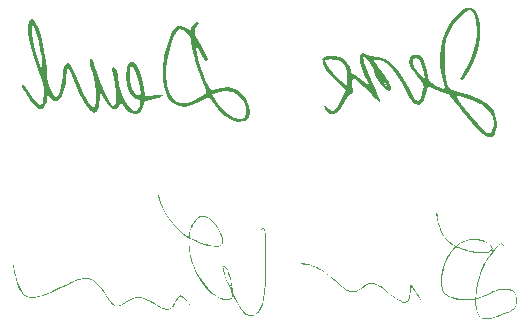
<source format=gbo>
%TF.GenerationSoftware,KiCad,Pcbnew,(6.0.7)*%
%TF.CreationDate,2023-04-22T03:46:43-05:00*%
%TF.ProjectId,Flouro_Breakout,466c6f75-726f-45f4-9272-65616b6f7574,rev?*%
%TF.SameCoordinates,Original*%
%TF.FileFunction,Legend,Bot*%
%TF.FilePolarity,Positive*%
%FSLAX46Y46*%
G04 Gerber Fmt 4.6, Leading zero omitted, Abs format (unit mm)*
G04 Created by KiCad (PCBNEW (6.0.7)) date 2023-04-22 03:46:43*
%MOMM*%
%LPD*%
G01*
G04 APERTURE LIST*
G04 Aperture macros list*
%AMRoundRect*
0 Rectangle with rounded corners*
0 $1 Rounding radius*
0 $2 $3 $4 $5 $6 $7 $8 $9 X,Y pos of 4 corners*
0 Add a 4 corners polygon primitive as box body*
4,1,4,$2,$3,$4,$5,$6,$7,$8,$9,$2,$3,0*
0 Add four circle primitives for the rounded corners*
1,1,$1+$1,$2,$3*
1,1,$1+$1,$4,$5*
1,1,$1+$1,$6,$7*
1,1,$1+$1,$8,$9*
0 Add four rect primitives between the rounded corners*
20,1,$1+$1,$2,$3,$4,$5,0*
20,1,$1+$1,$4,$5,$6,$7,0*
20,1,$1+$1,$6,$7,$8,$9,0*
20,1,$1+$1,$8,$9,$2,$3,0*%
G04 Aperture macros list end*
%ADD10RoundRect,0.250000X-0.620000X-0.620000X0.620000X-0.620000X0.620000X0.620000X-0.620000X0.620000X0*%
%ADD11C,1.740000*%
%ADD12C,2.946400*%
%ADD13C,1.524000*%
%ADD14O,5.100000X3.000000*%
%ADD15C,1.308000*%
%ADD16C,1.258000*%
%ADD17C,1.208000*%
%ADD18C,1.100000*%
%ADD19C,1.400000*%
%ADD20C,4.000000*%
%ADD21C,2.000000*%
G04 APERTURE END LIST*
%TO.C,G\u002A\u002A\u002A*%
G36*
X188852898Y-67535808D02*
G01*
X188657121Y-67624158D01*
X188525527Y-67591755D01*
X188227788Y-67365253D01*
X187909080Y-66969756D01*
X187762154Y-66719159D01*
X188125523Y-66719159D01*
X188223554Y-66922316D01*
X188331866Y-67102413D01*
X188460032Y-67219457D01*
X188508105Y-67105790D01*
X188465622Y-67001992D01*
X188285692Y-66805001D01*
X188176356Y-66718865D01*
X188125523Y-66719159D01*
X187762154Y-66719159D01*
X187610955Y-66461273D01*
X187541987Y-66296020D01*
X187872461Y-66296020D01*
X187906526Y-66421000D01*
X187933992Y-66460573D01*
X188055990Y-66554684D01*
X188074276Y-66545980D01*
X188040211Y-66421000D01*
X188012745Y-66381427D01*
X187890747Y-66287316D01*
X187872461Y-66296020D01*
X187541987Y-66296020D01*
X187374961Y-65895813D01*
X187301466Y-65703747D01*
X187068295Y-65260236D01*
X186814930Y-64936254D01*
X186467328Y-64616263D01*
X186560806Y-65151000D01*
X186628348Y-65402978D01*
X186799923Y-65878314D01*
X187040383Y-66459260D01*
X187320414Y-67071694D01*
X187561587Y-67588682D01*
X187764798Y-68057043D01*
X187890204Y-68386582D01*
X187917182Y-68527011D01*
X187842310Y-68494386D01*
X187615374Y-68306036D01*
X187279221Y-67987265D01*
X186874543Y-67575221D01*
X186562583Y-67257327D01*
X186179214Y-66894076D01*
X185883526Y-66646076D01*
X185721869Y-66554377D01*
X185632044Y-66601445D01*
X185588989Y-66780450D01*
X185579509Y-66819862D01*
X185588185Y-67256527D01*
X185597238Y-67411121D01*
X185597185Y-67751799D01*
X185541439Y-67903096D01*
X185415041Y-67922553D01*
X185261575Y-67958171D01*
X185118057Y-68198031D01*
X185071223Y-68328163D01*
X184887265Y-68681099D01*
X184634231Y-69069373D01*
X184357780Y-69389819D01*
X183988222Y-69616380D01*
X183647444Y-69584072D01*
X183346236Y-69291039D01*
X183229887Y-69069066D01*
X183213757Y-68879486D01*
X183335090Y-68871198D01*
X183553827Y-69084128D01*
X183639632Y-69186705D01*
X183860257Y-69324229D01*
X184085338Y-69249270D01*
X184338404Y-68947114D01*
X184642982Y-68403049D01*
X185065780Y-67565490D01*
X184322998Y-66892982D01*
X183823097Y-66402038D01*
X183374328Y-65851213D01*
X183115655Y-65380673D01*
X183056937Y-65050737D01*
X183294921Y-65050737D01*
X183294948Y-65052917D01*
X183387750Y-65301170D01*
X183629062Y-65669959D01*
X183973363Y-66097313D01*
X184375132Y-66521263D01*
X184653233Y-66779371D01*
X184921622Y-67003269D01*
X185064362Y-67089421D01*
X185119442Y-67030583D01*
X185159634Y-66780450D01*
X185155869Y-66411479D01*
X185110445Y-66008732D01*
X185025662Y-65657270D01*
X184835724Y-65336821D01*
X184551477Y-65102585D01*
X184408235Y-65050353D01*
X184057910Y-64978827D01*
X183694634Y-64952534D01*
X183409829Y-64975246D01*
X183294921Y-65050737D01*
X183056937Y-65050737D01*
X183049559Y-65009277D01*
X183178522Y-64755884D01*
X183505028Y-64639351D01*
X184031556Y-64678538D01*
X184119016Y-64696399D01*
X184518572Y-64792715D01*
X184803313Y-64883084D01*
X184907954Y-64948993D01*
X185152117Y-65230770D01*
X185351122Y-65600199D01*
X185433369Y-65937458D01*
X185490950Y-66075345D01*
X185715515Y-66225164D01*
X185840490Y-66282575D01*
X186162467Y-66494585D01*
X186517153Y-66784043D01*
X187036644Y-67253372D01*
X186702836Y-66524239D01*
X186663106Y-66436197D01*
X186397836Y-65754995D01*
X186247209Y-65181856D01*
X186210288Y-64743907D01*
X186286136Y-64468281D01*
X186473813Y-64382107D01*
X186772383Y-64512515D01*
X186829895Y-64548000D01*
X187207500Y-64684985D01*
X187646626Y-64745816D01*
X187763271Y-64751756D01*
X188307326Y-64890452D01*
X188828372Y-65224009D01*
X189343332Y-65769613D01*
X189869125Y-66544452D01*
X190422670Y-67565713D01*
X190509845Y-67737182D01*
X190781702Y-68203560D01*
X190999774Y-68436500D01*
X191186165Y-68452511D01*
X191362978Y-68268104D01*
X191372291Y-68253154D01*
X191518786Y-67893551D01*
X191601402Y-67469993D01*
X191608040Y-67336404D01*
X191567164Y-67045884D01*
X191409306Y-66759215D01*
X191092245Y-66386560D01*
X190859208Y-66121505D01*
X190539737Y-65663248D01*
X190407226Y-65266392D01*
X190412886Y-65191807D01*
X190698257Y-65191807D01*
X190825205Y-65573408D01*
X190827596Y-65577980D01*
X191072265Y-65942565D01*
X191381433Y-66287316D01*
X191740164Y-66621527D01*
X191643636Y-66086790D01*
X191573815Y-65772244D01*
X191399201Y-65277520D01*
X191189623Y-64940993D01*
X190973635Y-64816790D01*
X190964714Y-64816886D01*
X190748133Y-64922439D01*
X190698257Y-65191807D01*
X190412886Y-65191807D01*
X190437003Y-64873984D01*
X190445774Y-64841276D01*
X190591614Y-64612120D01*
X190896249Y-64549421D01*
X191196409Y-64607519D01*
X191482094Y-64783369D01*
X191585884Y-64934652D01*
X191773441Y-65369486D01*
X191927233Y-65920040D01*
X192016392Y-66487842D01*
X192017654Y-66501782D01*
X192050063Y-66621527D01*
X192090191Y-66769789D01*
X192289181Y-66985934D01*
X192677675Y-67220027D01*
X193103594Y-67421220D01*
X193340594Y-67461783D01*
X193405801Y-67332052D01*
X193321739Y-67025214D01*
X193149459Y-66394210D01*
X193037523Y-65592885D01*
X193005103Y-64762869D01*
X193062432Y-64022657D01*
X193074392Y-63952068D01*
X193286464Y-63147053D01*
X193616999Y-62359122D01*
X194030180Y-61650557D01*
X194490194Y-61083643D01*
X194961223Y-60720662D01*
X195231269Y-60607818D01*
X195669587Y-60579651D01*
X196004751Y-60794774D01*
X196234770Y-61250152D01*
X196357652Y-61942750D01*
X196371405Y-62869533D01*
X196359055Y-63139314D01*
X196311023Y-63699143D01*
X196217950Y-64168269D01*
X196053461Y-64655856D01*
X195791180Y-65271067D01*
X195452332Y-65968249D01*
X195147704Y-66454462D01*
X194899044Y-66681673D01*
X194707171Y-66648838D01*
X194692227Y-66558653D01*
X194826795Y-66386198D01*
X194884956Y-66324044D01*
X195067520Y-66039922D01*
X195298554Y-65604698D01*
X195541925Y-65084158D01*
X195713328Y-64677915D01*
X195921667Y-64079652D01*
X196040148Y-63519704D01*
X196099404Y-62876778D01*
X196107292Y-62405021D01*
X196058114Y-61780269D01*
X195947987Y-61272356D01*
X195789077Y-60931087D01*
X195593551Y-60806263D01*
X195483244Y-60815410D01*
X195043403Y-61008270D01*
X194583670Y-61432839D01*
X194126665Y-62064434D01*
X193695002Y-62878369D01*
X193634134Y-63016269D01*
X193509327Y-63371494D01*
X193434376Y-63760447D01*
X193397763Y-64260862D01*
X193387968Y-64950474D01*
X193389088Y-65179450D01*
X193418692Y-65939838D01*
X193493913Y-66513122D01*
X193621974Y-66961378D01*
X193707998Y-67177508D01*
X193835726Y-67411951D01*
X194015260Y-67560020D01*
X194316195Y-67670446D01*
X194808125Y-67791962D01*
X195296366Y-67919504D01*
X196290185Y-68290001D01*
X197035068Y-68753174D01*
X197533048Y-69311013D01*
X197786161Y-69965512D01*
X197791449Y-70353035D01*
X197796439Y-70718662D01*
X197767742Y-70887447D01*
X197647405Y-71278870D01*
X197493842Y-71487487D01*
X197386152Y-71533473D01*
X197031183Y-71512104D01*
X196608484Y-71246733D01*
X196425115Y-71067299D01*
X196122045Y-70739793D01*
X195740522Y-70311008D01*
X195317183Y-69823914D01*
X194888662Y-69321481D01*
X194491595Y-68846677D01*
X194162618Y-68442473D01*
X193938366Y-68151838D01*
X193914088Y-68112563D01*
X194420843Y-68112563D01*
X194534240Y-68340529D01*
X194779203Y-68701633D01*
X195127037Y-69158619D01*
X195549046Y-69674232D01*
X196016536Y-70211216D01*
X196500812Y-70732316D01*
X196646173Y-70877106D01*
X197009754Y-71161990D01*
X197259336Y-71213169D01*
X197402301Y-71033105D01*
X197432739Y-70935944D01*
X197533087Y-70617737D01*
X197564376Y-70353035D01*
X197457793Y-69872386D01*
X197197198Y-69385066D01*
X196821624Y-68980878D01*
X196650225Y-68860932D01*
X196211368Y-68619314D01*
X195692267Y-68387114D01*
X195171203Y-68194816D01*
X194726454Y-68072909D01*
X194436298Y-68051878D01*
X194420843Y-68112563D01*
X193914088Y-68112563D01*
X193855474Y-68017741D01*
X193853947Y-68008605D01*
X193715481Y-67910515D01*
X193421000Y-67818992D01*
X193363642Y-67805509D01*
X192929195Y-67664188D01*
X192488073Y-67472903D01*
X191989620Y-67220592D01*
X191909049Y-67589480D01*
X191744924Y-68180369D01*
X191526499Y-68596134D01*
X191252976Y-68782368D01*
X190907818Y-68758378D01*
X190857629Y-68728909D01*
X190659589Y-68507975D01*
X190404473Y-68128911D01*
X190134738Y-67652452D01*
X189769844Y-66984599D01*
X189286541Y-66208659D01*
X188849958Y-65638483D01*
X188477338Y-65298558D01*
X188463787Y-65289898D01*
X188141094Y-65126597D01*
X187806799Y-65015707D01*
X187545030Y-64978499D01*
X187439917Y-65036245D01*
X187447050Y-65062131D01*
X187563862Y-65266907D01*
X187794127Y-65607874D01*
X188099140Y-66026870D01*
X188251836Y-66234175D01*
X188457087Y-66545980D01*
X188649224Y-66837864D01*
X188772878Y-67105790D01*
X188849922Y-67272725D01*
X188852898Y-67535808D01*
G37*
G36*
X176517359Y-70149303D02*
G01*
X176386957Y-70210965D01*
X175903359Y-70258872D01*
X175356710Y-70086595D01*
X174779591Y-69713615D01*
X174204586Y-69159414D01*
X173664279Y-68443473D01*
X173458874Y-68126473D01*
X172765229Y-68489170D01*
X172209685Y-68746908D01*
X171474432Y-68952162D01*
X170863618Y-68929829D01*
X170365737Y-68678707D01*
X169969284Y-68197598D01*
X169709749Y-67582967D01*
X169548621Y-66713268D01*
X169541764Y-66225561D01*
X169814581Y-66225561D01*
X169897190Y-67109762D01*
X170119604Y-67852936D01*
X170469629Y-68405011D01*
X170702284Y-68580003D01*
X171167787Y-68693526D01*
X171250181Y-68689020D01*
X171617850Y-68610552D01*
X172057586Y-68458030D01*
X172503949Y-68262259D01*
X172891501Y-68054044D01*
X173082623Y-67916234D01*
X173673312Y-67916234D01*
X174058939Y-68472038D01*
X174496944Y-69036401D01*
X175054191Y-69574737D01*
X175582861Y-69888285D01*
X175650131Y-69913538D01*
X175949584Y-70007719D01*
X176149460Y-69998684D01*
X176376263Y-69886082D01*
X176478142Y-69794532D01*
X176596174Y-69467841D01*
X176574990Y-69030777D01*
X176412355Y-68565113D01*
X176020519Y-68043555D01*
X175479623Y-67718642D01*
X174828296Y-67624588D01*
X174328284Y-67723501D01*
X174092237Y-67770196D01*
X173673312Y-67916234D01*
X173082623Y-67916234D01*
X173154802Y-67864189D01*
X173228414Y-67723501D01*
X173154358Y-67541002D01*
X172820016Y-66700477D01*
X172571180Y-66035838D01*
X172388329Y-65489524D01*
X172251941Y-65003977D01*
X172142495Y-64521636D01*
X172124100Y-64430904D01*
X172026261Y-63910787D01*
X171957336Y-63481123D01*
X171931263Y-63227318D01*
X171834904Y-62995046D01*
X171579391Y-62722766D01*
X171257604Y-62501668D01*
X170962874Y-62410474D01*
X170846395Y-62461104D01*
X170642226Y-62726112D01*
X170428996Y-63173249D01*
X170223826Y-63751835D01*
X170043840Y-64411193D01*
X169906162Y-65100643D01*
X169827915Y-65769508D01*
X169814581Y-66225561D01*
X169541764Y-66225561D01*
X169534796Y-65729937D01*
X169664511Y-64689250D01*
X169934003Y-63647482D01*
X170339509Y-62660909D01*
X170473699Y-62422612D01*
X170746036Y-62139868D01*
X171064986Y-62099619D01*
X171478441Y-62286105D01*
X171696748Y-62412019D01*
X171880338Y-62469042D01*
X171931263Y-62375254D01*
X172010145Y-62169888D01*
X172196379Y-61949215D01*
X172406025Y-61795050D01*
X172555123Y-61786614D01*
X172558041Y-61903642D01*
X172420619Y-62119391D01*
X172412608Y-62128301D01*
X172266017Y-62338968D01*
X172222166Y-62569914D01*
X172292496Y-62871652D01*
X172488444Y-63294699D01*
X172821449Y-63889570D01*
X172911593Y-64046590D01*
X173194316Y-64583882D01*
X173323220Y-64929587D01*
X173305075Y-65100662D01*
X173204710Y-65111420D01*
X173028022Y-64917035D01*
X172782521Y-64480787D01*
X172584846Y-64127375D01*
X172431864Y-63925165D01*
X172358553Y-63921447D01*
X172350142Y-64051128D01*
X172401252Y-64434900D01*
X172525509Y-64942516D01*
X172702840Y-65519322D01*
X172913174Y-66110660D01*
X173136440Y-66661876D01*
X173352565Y-67118314D01*
X173541477Y-67425317D01*
X173683106Y-67528232D01*
X173747388Y-67517218D01*
X174053118Y-67458332D01*
X174453474Y-67376218D01*
X175177615Y-67328007D01*
X175793892Y-67519477D01*
X176324552Y-67957962D01*
X176590886Y-68315271D01*
X176845714Y-68868071D01*
X176921476Y-69392946D01*
X176903295Y-69467841D01*
X176813561Y-69837491D01*
X176517359Y-70149303D01*
G37*
G36*
X168125740Y-68074485D02*
G01*
X168196865Y-68064591D01*
X168488645Y-68023288D01*
X168889947Y-67966031D01*
X168931990Y-67960195D01*
X169343004Y-67932252D01*
X169516624Y-67976522D01*
X169463823Y-68070154D01*
X169195571Y-68190292D01*
X168722842Y-68314085D01*
X168473108Y-68368714D01*
X168127968Y-68472783D01*
X167962978Y-68591793D01*
X167920737Y-68757475D01*
X167872837Y-69002616D01*
X167712630Y-69332307D01*
X167594575Y-69467123D01*
X167249825Y-69620708D01*
X166851033Y-69535214D01*
X166437004Y-69214231D01*
X166346395Y-69113163D01*
X166132057Y-68832227D01*
X166043806Y-68646073D01*
X166041912Y-68631242D01*
X165972128Y-68657328D01*
X165834725Y-68868914D01*
X165812439Y-68908577D01*
X165569521Y-69173743D01*
X165293964Y-69183248D01*
X164979583Y-68934840D01*
X164620195Y-68426263D01*
X164178685Y-67691000D01*
X164178132Y-68367291D01*
X164168360Y-68595319D01*
X164101843Y-69016905D01*
X163993260Y-69295654D01*
X163868539Y-69442673D01*
X163721345Y-69468058D01*
X163473645Y-69328032D01*
X163264112Y-69161864D01*
X163002722Y-68852680D01*
X162735584Y-68403759D01*
X162440186Y-67775970D01*
X162094014Y-66930182D01*
X161927566Y-66522978D01*
X161725988Y-66079486D01*
X161568131Y-65789421D01*
X161478401Y-65701493D01*
X161444455Y-65752942D01*
X161386979Y-66010999D01*
X161359452Y-66395469D01*
X161320135Y-66946622D01*
X161190889Y-67589160D01*
X160991235Y-68091567D01*
X160740614Y-68391158D01*
X160725739Y-68400888D01*
X160518051Y-68502124D01*
X160345190Y-68450652D01*
X160105614Y-68218934D01*
X159766000Y-67852485D01*
X159766000Y-68258248D01*
X159702655Y-68605640D01*
X159515896Y-68972877D01*
X159512953Y-68976511D01*
X159326234Y-69177453D01*
X159165583Y-69196045D01*
X158908064Y-69047351D01*
X158776590Y-68938288D01*
X158499488Y-68633064D01*
X158194709Y-68236814D01*
X157913528Y-67822301D01*
X157707217Y-67462285D01*
X157627053Y-67229527D01*
X157649607Y-67111831D01*
X157769006Y-67133111D01*
X157993242Y-67393595D01*
X158324738Y-67895599D01*
X158484296Y-68143124D01*
X158839897Y-68601101D01*
X159122234Y-68813805D01*
X159326306Y-68776834D01*
X159363457Y-68687460D01*
X159421949Y-68388767D01*
X159469656Y-67971754D01*
X159483117Y-67712852D01*
X159462421Y-67363776D01*
X159380394Y-66976973D01*
X159221053Y-66483680D01*
X158968417Y-65815134D01*
X158867732Y-65552637D01*
X158511817Y-64518571D01*
X158260839Y-63598644D01*
X158118242Y-62817594D01*
X158097953Y-62410479D01*
X158426705Y-62410479D01*
X158452563Y-62825091D01*
X158508805Y-63295300D01*
X158592047Y-63768337D01*
X158698903Y-64191434D01*
X158845094Y-64640398D01*
X159024945Y-65143553D01*
X159173310Y-65508936D01*
X159224681Y-65619701D01*
X159310128Y-65781216D01*
X159345862Y-65764356D01*
X159340761Y-65539789D01*
X159303707Y-65078183D01*
X159267278Y-64763331D01*
X159163783Y-64155768D01*
X159022173Y-63498952D01*
X158861528Y-62871350D01*
X158700930Y-62351432D01*
X158559463Y-62017669D01*
X158479684Y-61959122D01*
X158434617Y-62104233D01*
X158426705Y-62410479D01*
X158097953Y-62410479D01*
X158087472Y-62200159D01*
X158171973Y-61771076D01*
X158375191Y-61555084D01*
X158525711Y-61563077D01*
X158747450Y-61786493D01*
X158970362Y-62239077D01*
X159186195Y-62898641D01*
X159386693Y-63742994D01*
X159563604Y-64749948D01*
X159614101Y-65099960D01*
X159691560Y-65700806D01*
X159698336Y-65764356D01*
X159745055Y-66202528D01*
X159765212Y-66522720D01*
X159765371Y-66537865D01*
X159823299Y-66912492D01*
X159961344Y-67340263D01*
X160144179Y-67742823D01*
X160336476Y-68041818D01*
X160502908Y-68158895D01*
X160646939Y-68074196D01*
X160810145Y-67749479D01*
X160948172Y-67207266D01*
X161052047Y-66475069D01*
X161111356Y-66058572D01*
X161208774Y-65637879D01*
X161313623Y-65385301D01*
X161367223Y-65316207D01*
X161510931Y-65224128D01*
X161683717Y-65351527D01*
X161782538Y-65502699D01*
X161964454Y-65866191D01*
X162188277Y-66370597D01*
X162426156Y-66955737D01*
X162772618Y-67785528D01*
X163096482Y-68432180D01*
X163377240Y-68850599D01*
X163607843Y-69030349D01*
X163781240Y-68961000D01*
X163800611Y-68925938D01*
X163857697Y-68631535D01*
X163871009Y-68167629D01*
X163845706Y-67610267D01*
X163786948Y-67035499D01*
X163699894Y-66519370D01*
X163589704Y-66137930D01*
X163469609Y-65804411D01*
X163368055Y-65356144D01*
X163361944Y-65017861D01*
X163458158Y-64856594D01*
X163561500Y-64941693D01*
X163694749Y-65242878D01*
X163833289Y-65713877D01*
X163929603Y-66053623D01*
X164133564Y-66638797D01*
X164382706Y-67253051D01*
X164650733Y-67839957D01*
X164911350Y-68343087D01*
X165138261Y-68706014D01*
X165305168Y-68872311D01*
X165422167Y-68873433D01*
X165548262Y-68683607D01*
X165597738Y-68283358D01*
X165568292Y-67701477D01*
X165457620Y-66966750D01*
X165389145Y-66604606D01*
X165302664Y-66123502D01*
X165264620Y-65831722D01*
X165274120Y-65681922D01*
X165330270Y-65626761D01*
X165432176Y-65618895D01*
X165502884Y-65648364D01*
X165620004Y-65890775D01*
X165706919Y-66387579D01*
X165847022Y-67218573D01*
X166151473Y-68144077D01*
X166594678Y-68864973D01*
X166820164Y-69114073D01*
X167121569Y-69325750D01*
X167350448Y-69293209D01*
X167522993Y-69019139D01*
X167561374Y-68915471D01*
X167639918Y-68600910D01*
X167566976Y-68421010D01*
X167319219Y-68292602D01*
X167116705Y-68189832D01*
X166748214Y-67790921D01*
X166525628Y-67172021D01*
X166450710Y-66337106D01*
X166454289Y-66255937D01*
X166718080Y-66255937D01*
X166756637Y-66714235D01*
X166835667Y-67150320D01*
X166951734Y-67490081D01*
X166993302Y-67567039D01*
X167218303Y-67861593D01*
X167439665Y-68005098D01*
X167534632Y-68016163D01*
X167630346Y-67964037D01*
X167650975Y-67769057D01*
X167613084Y-67370623D01*
X167609326Y-67340260D01*
X167513817Y-66853853D01*
X167363791Y-66357116D01*
X167186466Y-65918077D01*
X167009056Y-65604766D01*
X166858780Y-65485211D01*
X166776133Y-65569146D01*
X166723434Y-65849537D01*
X166718080Y-66255937D01*
X166454289Y-66255937D01*
X166475448Y-65776060D01*
X166572888Y-65342193D01*
X166750782Y-65140255D01*
X167016050Y-65155784D01*
X167112123Y-65211905D01*
X167359905Y-65518993D01*
X167590067Y-66015910D01*
X167780086Y-66647046D01*
X167907441Y-67356790D01*
X167956222Y-67660755D01*
X167986377Y-67769057D01*
X168040681Y-67964093D01*
X168125740Y-68074485D01*
G37*
G36*
X199532930Y-85565038D02*
G01*
X199466571Y-85798727D01*
X199344846Y-86003483D01*
X199168130Y-86178560D01*
X198936797Y-86323211D01*
X198720711Y-86425998D01*
X198416573Y-86556593D01*
X198102988Y-86677406D01*
X197795696Y-86782783D01*
X197510439Y-86867066D01*
X197262957Y-86924602D01*
X197233587Y-86929939D01*
X197005202Y-86956565D01*
X196792277Y-86956370D01*
X196608860Y-86930167D01*
X196469006Y-86878767D01*
X196429179Y-86854105D01*
X196291023Y-86724169D01*
X196179206Y-86539579D01*
X196093488Y-86299701D01*
X196033625Y-86003903D01*
X195999376Y-85651551D01*
X195983360Y-85368165D01*
X196059847Y-85368165D01*
X196061310Y-85484949D01*
X196070046Y-85631089D01*
X196084830Y-85793928D01*
X196104434Y-85960807D01*
X196127635Y-86119071D01*
X196153205Y-86256061D01*
X196179920Y-86359121D01*
X196203146Y-86423260D01*
X196290356Y-86596939D01*
X196397499Y-86735926D01*
X196514592Y-86826287D01*
X196635464Y-86868031D01*
X196820607Y-86889529D01*
X197044529Y-86881873D01*
X197298494Y-86845440D01*
X197573764Y-86780606D01*
X197657360Y-86755422D01*
X197824220Y-86699069D01*
X198020860Y-86627502D01*
X198232430Y-86546569D01*
X198444079Y-86462119D01*
X198640958Y-86379998D01*
X198808215Y-86306056D01*
X198931002Y-86246139D01*
X199018766Y-86194545D01*
X199192662Y-86058440D01*
X199326904Y-85903183D01*
X199410132Y-85740758D01*
X199436069Y-85633327D01*
X199455169Y-85461847D01*
X199457643Y-85277118D01*
X199443419Y-85103640D01*
X199412423Y-84965912D01*
X199351323Y-84830092D01*
X199232130Y-84670392D01*
X199082148Y-84559756D01*
X199016699Y-84531667D01*
X198844732Y-84486043D01*
X198638242Y-84458893D01*
X198414782Y-84452040D01*
X198191900Y-84467306D01*
X198177340Y-84469128D01*
X198077711Y-84482866D01*
X197988764Y-84499076D01*
X197900863Y-84521160D01*
X197804371Y-84552522D01*
X197689653Y-84596562D01*
X197547072Y-84656684D01*
X197366993Y-84736288D01*
X197139779Y-84838779D01*
X197043033Y-84882044D01*
X196852141Y-84964632D01*
X196666141Y-85041915D01*
X196502280Y-85106798D01*
X196377805Y-85152188D01*
X196318796Y-85172500D01*
X196203412Y-85215234D01*
X196117008Y-85251359D01*
X196074899Y-85274681D01*
X196066883Y-85293393D01*
X196059847Y-85368165D01*
X195983360Y-85368165D01*
X195978147Y-85275915D01*
X195818745Y-85301648D01*
X195764974Y-85307684D01*
X195644799Y-85315055D01*
X195486375Y-85320559D01*
X195303989Y-85323739D01*
X195111929Y-85324143D01*
X195062026Y-85323815D01*
X194865364Y-85321278D01*
X194713168Y-85315943D01*
X194590572Y-85306288D01*
X194482708Y-85290794D01*
X194374709Y-85267941D01*
X194251707Y-85236210D01*
X194181363Y-85216182D01*
X194017305Y-85163452D01*
X193862176Y-85106500D01*
X193741966Y-85054585D01*
X193725717Y-85046391D01*
X193551295Y-84934035D01*
X193394493Y-84791330D01*
X193269683Y-84633393D01*
X193191237Y-84475340D01*
X193157700Y-84359422D01*
X193104161Y-84049155D01*
X193089074Y-83701461D01*
X193112528Y-83324831D01*
X193174616Y-82927759D01*
X193281662Y-82519091D01*
X193439132Y-82101445D01*
X193637937Y-81698010D01*
X193870596Y-81323927D01*
X194129630Y-80994342D01*
X194302986Y-80800058D01*
X194265933Y-80776318D01*
X194455032Y-80776318D01*
X194478581Y-80798190D01*
X194552207Y-80835914D01*
X194665621Y-80884221D01*
X194808294Y-80939217D01*
X194969697Y-80997012D01*
X195139303Y-81053711D01*
X195306583Y-81105422D01*
X195461009Y-81148254D01*
X195568369Y-81174368D01*
X195757933Y-81215362D01*
X195943613Y-81250243D01*
X196097274Y-81273473D01*
X196303056Y-81293856D01*
X196585133Y-81304545D01*
X196828876Y-81292254D01*
X197031376Y-81258500D01*
X197189723Y-81204797D01*
X197301007Y-81132662D01*
X197362317Y-81043609D01*
X197370744Y-80939155D01*
X197323379Y-80820816D01*
X197217310Y-80690106D01*
X197026431Y-80537657D01*
X196785945Y-80410296D01*
X196509663Y-80314599D01*
X196208644Y-80254382D01*
X195893948Y-80233461D01*
X195743271Y-80236845D01*
X195470090Y-80266145D01*
X195216980Y-80329837D01*
X194959510Y-80433144D01*
X194883476Y-80471038D01*
X194762891Y-80539054D01*
X194647134Y-80612176D01*
X194548825Y-80681818D01*
X194480584Y-80739393D01*
X194455032Y-80776318D01*
X194265933Y-80776318D01*
X194073473Y-80653010D01*
X194042607Y-80632957D01*
X193715059Y-80381785D01*
X193431626Y-80090386D01*
X193196816Y-79764067D01*
X193015142Y-79408134D01*
X192964175Y-79274172D01*
X192904936Y-79092447D01*
X192848014Y-78893227D01*
X192795844Y-78687509D01*
X192750862Y-78486293D01*
X192715502Y-78300575D01*
X192692200Y-78141353D01*
X192683390Y-78019626D01*
X192691507Y-77946390D01*
X192709622Y-77911838D01*
X192740633Y-77905006D01*
X192775329Y-77958203D01*
X192814811Y-78072557D01*
X192822634Y-78100632D01*
X192843257Y-78198926D01*
X192845007Y-78260394D01*
X192828786Y-78277168D01*
X192795493Y-78241376D01*
X192780643Y-78227444D01*
X192775710Y-78255841D01*
X192784745Y-78328064D01*
X192805532Y-78435031D01*
X192835859Y-78567663D01*
X192873511Y-78716879D01*
X192916274Y-78873598D01*
X192961936Y-79028742D01*
X193008281Y-79173229D01*
X193053097Y-79297979D01*
X193159230Y-79542270D01*
X193352065Y-79876078D01*
X193586742Y-80167713D01*
X193868716Y-80423587D01*
X194203439Y-80650109D01*
X194369801Y-80748199D01*
X194451518Y-80672875D01*
X194459427Y-80665635D01*
X194712301Y-80476201D01*
X195003910Y-80328085D01*
X195324200Y-80223789D01*
X195663123Y-80165812D01*
X196010626Y-80156657D01*
X196356659Y-80198823D01*
X196432103Y-80215788D01*
X196671343Y-80291275D01*
X196902581Y-80394073D01*
X197107631Y-80515264D01*
X197268307Y-80645927D01*
X197321651Y-80702707D01*
X197417828Y-80840325D01*
X197445661Y-80939155D01*
X197452972Y-80965116D01*
X197426909Y-81078479D01*
X197339468Y-81181813D01*
X197190475Y-81276518D01*
X197152023Y-81295426D01*
X197094821Y-81319244D01*
X197034072Y-81335586D01*
X196957974Y-81345800D01*
X196854724Y-81351234D01*
X196712522Y-81353236D01*
X196519564Y-81353155D01*
X196342289Y-81351477D01*
X196150001Y-81345188D01*
X195990990Y-81332988D01*
X195848623Y-81313490D01*
X195706264Y-81285306D01*
X195602173Y-81260980D01*
X195329485Y-81188381D01*
X195055232Y-81104197D01*
X194800588Y-81015184D01*
X194586726Y-80928099D01*
X194376830Y-80833663D01*
X194207093Y-81015551D01*
X194036718Y-81216754D01*
X193813196Y-81541819D01*
X193613126Y-81905180D01*
X193442908Y-82293414D01*
X193308943Y-82693097D01*
X193217631Y-83090804D01*
X193201145Y-83205530D01*
X193183028Y-83420776D01*
X193176154Y-83652968D01*
X193180110Y-83886341D01*
X193194484Y-84105127D01*
X193218863Y-84293562D01*
X193252834Y-84435878D01*
X193259295Y-84454208D01*
X193364572Y-84651108D01*
X193526670Y-84822895D01*
X193745009Y-84969248D01*
X194019009Y-85089846D01*
X194348090Y-85184371D01*
X194731674Y-85252500D01*
X194837238Y-85263193D01*
X195015443Y-85271874D01*
X195212903Y-85273463D01*
X195413289Y-85268446D01*
X195600272Y-85257310D01*
X195757525Y-85240542D01*
X195868718Y-85218628D01*
X195874436Y-85216978D01*
X195914473Y-85206170D01*
X195944201Y-85194058D01*
X195966217Y-85171961D01*
X195983123Y-85131200D01*
X195997516Y-85063095D01*
X196011996Y-84958967D01*
X196029164Y-84810136D01*
X196051618Y-84607922D01*
X196076360Y-84420113D01*
X196148311Y-84023859D01*
X196246553Y-83608218D01*
X196365480Y-83193648D01*
X196499487Y-82800605D01*
X196642970Y-82449548D01*
X196673834Y-82385204D01*
X196758595Y-82226685D01*
X196864624Y-82044208D01*
X196981226Y-81855344D01*
X197097707Y-81677664D01*
X197203375Y-81528739D01*
X197275627Y-81434804D01*
X197395415Y-81285839D01*
X197524937Y-81131023D01*
X197656094Y-80979503D01*
X197780786Y-80840426D01*
X197890917Y-80722938D01*
X197978387Y-80636187D01*
X198035097Y-80589321D01*
X198050240Y-80580273D01*
X198171532Y-80532435D01*
X198273031Y-80537489D01*
X198347717Y-80595301D01*
X198363558Y-80620734D01*
X198391371Y-80693604D01*
X198392541Y-80752070D01*
X198365131Y-80776026D01*
X198352411Y-80772369D01*
X198333850Y-80733953D01*
X198330668Y-80713044D01*
X198289403Y-80651432D01*
X198221133Y-80608019D01*
X198152313Y-80602030D01*
X198104532Y-80627831D01*
X198013608Y-80702537D01*
X197898499Y-80816034D01*
X197765445Y-80960794D01*
X197620686Y-81129294D01*
X197470461Y-81314007D01*
X197321012Y-81507408D01*
X197178577Y-81701970D01*
X197049396Y-81890168D01*
X196939711Y-82064477D01*
X196783917Y-82348073D01*
X196561646Y-82844940D01*
X196377372Y-83384640D01*
X196232881Y-83961644D01*
X196129962Y-84570423D01*
X196105697Y-84764540D01*
X196089227Y-84924314D01*
X196083257Y-85036123D01*
X196087766Y-85107124D01*
X196102732Y-85144476D01*
X196128131Y-85155336D01*
X196141059Y-85154048D01*
X196215580Y-85134406D01*
X196333704Y-85094189D01*
X196485290Y-85037388D01*
X196660193Y-84967997D01*
X196848272Y-84890009D01*
X197039383Y-84807416D01*
X197223382Y-84724210D01*
X197255109Y-84709518D01*
X197486507Y-84605277D01*
X197676734Y-84526526D01*
X197838066Y-84469322D01*
X197982776Y-84429722D01*
X198123138Y-84403785D01*
X198271428Y-84387567D01*
X198387265Y-84381691D01*
X198593176Y-84385921D01*
X198792000Y-84406372D01*
X198965494Y-84440840D01*
X199095412Y-84487120D01*
X199246019Y-84584686D01*
X199375462Y-84728251D01*
X199467304Y-84914193D01*
X199525761Y-85148996D01*
X199540543Y-85277118D01*
X199543548Y-85303163D01*
X199532930Y-85565038D01*
G37*
G36*
X175471235Y-84632286D02*
G01*
X175487406Y-84710150D01*
X175520974Y-84803119D01*
X175576724Y-84924127D01*
X175659443Y-85086106D01*
X175828682Y-85401692D01*
X176006201Y-85712357D01*
X176167580Y-85970084D01*
X176315179Y-86178166D01*
X176451354Y-86339896D01*
X176578463Y-86458565D01*
X176698864Y-86537466D01*
X176837889Y-86588506D01*
X177028357Y-86602665D01*
X177223809Y-86559138D01*
X177418044Y-86459513D01*
X177604861Y-86305379D01*
X177620774Y-86289181D01*
X177719184Y-86172499D01*
X177804813Y-86037192D01*
X177879056Y-85877771D01*
X177943309Y-85688745D01*
X177998967Y-85464627D01*
X178047425Y-85199925D01*
X178090079Y-84889152D01*
X178128324Y-84526816D01*
X178163555Y-84107430D01*
X178168866Y-84025573D01*
X178176900Y-83849475D01*
X178183911Y-83629515D01*
X178189898Y-83372343D01*
X178194858Y-83084610D01*
X178198790Y-82772968D01*
X178201691Y-82444067D01*
X178203560Y-82104559D01*
X178204393Y-81761094D01*
X178204190Y-81420323D01*
X178202947Y-81088897D01*
X178200664Y-80773467D01*
X178197337Y-80480684D01*
X178192965Y-80217199D01*
X178187546Y-79989663D01*
X178181077Y-79804727D01*
X178173556Y-79669042D01*
X178164982Y-79589258D01*
X178158793Y-79556879D01*
X178123711Y-79422070D01*
X178081150Y-79343174D01*
X178026605Y-79314633D01*
X177955572Y-79330891D01*
X177901776Y-79369210D01*
X177876214Y-79445922D01*
X177868375Y-79498004D01*
X177844934Y-79524794D01*
X177829010Y-79519757D01*
X177811359Y-79477905D01*
X177816882Y-79411501D01*
X177842011Y-79342276D01*
X177883175Y-79291962D01*
X177917418Y-79270540D01*
X178017701Y-79242008D01*
X178102893Y-79273159D01*
X178171116Y-79362780D01*
X178220491Y-79509659D01*
X178227732Y-79551181D01*
X178240579Y-79673095D01*
X178252365Y-79846354D01*
X178262957Y-80063650D01*
X178272215Y-80317673D01*
X178280004Y-80601113D01*
X178286187Y-80906661D01*
X178290628Y-81227008D01*
X178293190Y-81554844D01*
X178293735Y-81882860D01*
X178292129Y-82203746D01*
X178288233Y-82510194D01*
X178281911Y-82794893D01*
X178273846Y-83065958D01*
X178255425Y-83572736D01*
X178233721Y-84023130D01*
X178208037Y-84421252D01*
X178177676Y-84771218D01*
X178141942Y-85077141D01*
X178100136Y-85343135D01*
X178051563Y-85573315D01*
X177995525Y-85771793D01*
X177931324Y-85942685D01*
X177858264Y-86090104D01*
X177775649Y-86218165D01*
X177682780Y-86330981D01*
X177594585Y-86419256D01*
X177413088Y-86554355D01*
X177209177Y-86644826D01*
X177192261Y-86649996D01*
X177021542Y-86674118D01*
X176838539Y-86659821D01*
X176674888Y-86609212D01*
X176598590Y-86566896D01*
X176479757Y-86475820D01*
X176356326Y-86349321D01*
X176224766Y-86182791D01*
X176081544Y-85971620D01*
X175923129Y-85711199D01*
X175745989Y-85396918D01*
X175682561Y-85281485D01*
X175602604Y-85138558D01*
X175545201Y-85041397D01*
X175506180Y-84984167D01*
X175481368Y-84961035D01*
X175466595Y-84966164D01*
X175457688Y-84993721D01*
X175449406Y-85025106D01*
X175385124Y-85144581D01*
X175283629Y-85247847D01*
X175164302Y-85313761D01*
X175136862Y-85321586D01*
X174988773Y-85338365D01*
X174808125Y-85328406D01*
X174613470Y-85293653D01*
X174423358Y-85236053D01*
X174296626Y-85182652D01*
X174005165Y-85018664D01*
X173712152Y-84799073D01*
X173421776Y-84528392D01*
X173138225Y-84211134D01*
X172865690Y-83851808D01*
X172608359Y-83454928D01*
X172370422Y-83025006D01*
X172141099Y-82531729D01*
X171951546Y-82014744D01*
X171818341Y-81502924D01*
X171739715Y-80989381D01*
X171713899Y-80467221D01*
X171713899Y-80069101D01*
X171676002Y-80042741D01*
X171801225Y-80042741D01*
X172234594Y-80250572D01*
X172310388Y-80286429D01*
X172746872Y-80471903D01*
X173156923Y-80608158D01*
X173547647Y-80697616D01*
X173561958Y-80700056D01*
X173727977Y-80722646D01*
X173904712Y-80738610D01*
X174056236Y-80744628D01*
X174118321Y-80743397D01*
X174299715Y-80719791D01*
X174431818Y-80663592D01*
X174516823Y-80571430D01*
X174556924Y-80439932D01*
X174554315Y-80265727D01*
X174511191Y-80045443D01*
X174509622Y-80039398D01*
X174454412Y-79870032D01*
X174372476Y-79670123D01*
X174273031Y-79459261D01*
X174165289Y-79257033D01*
X174058467Y-79083028D01*
X173917899Y-78893182D01*
X173725985Y-78683730D01*
X173525028Y-78513114D01*
X173320950Y-78384308D01*
X173119674Y-78300286D01*
X172927122Y-78264021D01*
X172749214Y-78278485D01*
X172591874Y-78346654D01*
X172466558Y-78449796D01*
X172318052Y-78621900D01*
X172178023Y-78835144D01*
X172052399Y-79077838D01*
X171947109Y-79338297D01*
X171868083Y-79604833D01*
X171821248Y-79865757D01*
X171801225Y-80042741D01*
X171676002Y-80042741D01*
X171440192Y-79878718D01*
X171213197Y-79712433D01*
X170782956Y-79343558D01*
X170396057Y-78933565D01*
X170051076Y-78480474D01*
X169746585Y-77982307D01*
X169481160Y-77437084D01*
X169253375Y-76842825D01*
X169250685Y-76834897D01*
X169206701Y-76711733D01*
X169164101Y-76602501D01*
X169131758Y-76530017D01*
X169098641Y-76454468D01*
X169089050Y-76388982D01*
X169116790Y-76365435D01*
X169134387Y-76371849D01*
X169170104Y-76416139D01*
X169213852Y-76506676D01*
X169267830Y-76648321D01*
X169334239Y-76845932D01*
X169503099Y-77309852D01*
X169757669Y-77856086D01*
X170060082Y-78362547D01*
X170410961Y-78830258D01*
X170810934Y-79260242D01*
X170896926Y-79341161D01*
X171034604Y-79463552D01*
X171180495Y-79586554D01*
X171325488Y-79703080D01*
X171460472Y-79806046D01*
X171576335Y-79888366D01*
X171663966Y-79942955D01*
X171714253Y-79962725D01*
X171734073Y-79945375D01*
X171745180Y-79888534D01*
X171747610Y-79860382D01*
X171762649Y-79772502D01*
X171788381Y-79651371D01*
X171821263Y-79514417D01*
X171835217Y-79461834D01*
X171925983Y-79191746D01*
X172042471Y-78935286D01*
X172178422Y-78702191D01*
X172327574Y-78502198D01*
X172483666Y-78345043D01*
X172640438Y-78240464D01*
X172728600Y-78207459D01*
X172910307Y-78187425D01*
X173107572Y-78219250D01*
X173313992Y-78299457D01*
X173523160Y-78424568D01*
X173728674Y-78591106D01*
X173924128Y-78795596D01*
X174103119Y-79034559D01*
X174233335Y-79242027D01*
X174400765Y-79552766D01*
X174522878Y-79843247D01*
X174597640Y-80108348D01*
X174623013Y-80342943D01*
X174617489Y-80439932D01*
X174615917Y-80467540D01*
X174579036Y-80606792D01*
X174505715Y-80706908D01*
X174390429Y-80772159D01*
X174227650Y-80806814D01*
X174011853Y-80815144D01*
X173726418Y-80794973D01*
X173371596Y-80734490D01*
X173000011Y-80638381D01*
X172626405Y-80511141D01*
X172265521Y-80357263D01*
X171932101Y-80181241D01*
X171767588Y-80084240D01*
X171785758Y-80594357D01*
X171796665Y-80817995D01*
X171826443Y-81146777D01*
X171870462Y-81416433D01*
X171902556Y-81558330D01*
X172028487Y-82009042D01*
X172186765Y-82449540D01*
X172373826Y-82875100D01*
X172586105Y-83280996D01*
X172820040Y-83662506D01*
X173072067Y-84014902D01*
X173338622Y-84333462D01*
X173616140Y-84613460D01*
X173901059Y-84850172D01*
X174189815Y-85038874D01*
X174478843Y-85174839D01*
X174764581Y-85253344D01*
X174963514Y-85270289D01*
X175136125Y-85244492D01*
X175266380Y-85173816D01*
X175353355Y-85058776D01*
X175396126Y-84899891D01*
X175399308Y-84853214D01*
X175394748Y-84792324D01*
X175377022Y-84720329D01*
X175342454Y-84626002D01*
X175287369Y-84498115D01*
X175208093Y-84325443D01*
X175047577Y-83971225D01*
X174897954Y-83617632D01*
X174777624Y-83304803D01*
X174687207Y-83034801D01*
X174627323Y-82809689D01*
X174598591Y-82631530D01*
X174600220Y-82562369D01*
X174666727Y-82562369D01*
X174677819Y-82672606D01*
X174710441Y-82825445D01*
X174762035Y-83012506D01*
X174830043Y-83225410D01*
X174911909Y-83455778D01*
X175005076Y-83695229D01*
X175106985Y-83935385D01*
X175140014Y-84008985D01*
X175208133Y-84156437D01*
X175272318Y-84290423D01*
X175322137Y-84388957D01*
X175405492Y-84545361D01*
X175386431Y-84388957D01*
X175362678Y-84225183D01*
X175320747Y-83996995D01*
X175267984Y-83751826D01*
X175207767Y-83502813D01*
X175143477Y-83263094D01*
X175078494Y-83045806D01*
X175016195Y-82864087D01*
X174959962Y-82731075D01*
X174910842Y-82642073D01*
X174836608Y-82539892D01*
X174768190Y-82481472D01*
X174711726Y-82471452D01*
X174673356Y-82514472D01*
X174666727Y-82562369D01*
X174600220Y-82562369D01*
X174601632Y-82502387D01*
X174637064Y-82424325D01*
X174678173Y-82391792D01*
X174730464Y-82371346D01*
X174741393Y-82372429D01*
X174808586Y-82410429D01*
X174887704Y-82495578D01*
X174970868Y-82618097D01*
X175050198Y-82768206D01*
X175076165Y-82827870D01*
X175141323Y-83006136D01*
X175208355Y-83223669D01*
X175274004Y-83466435D01*
X175335016Y-83720402D01*
X175388136Y-83971537D01*
X175430109Y-84205807D01*
X175457680Y-84409181D01*
X175466201Y-84545361D01*
X175467594Y-84567624D01*
X175471235Y-84632286D01*
G37*
G36*
X156859595Y-82236047D02*
G01*
X156876354Y-82274939D01*
X156897296Y-82348979D01*
X156925362Y-82466850D01*
X156963493Y-82637233D01*
X157037097Y-82962942D01*
X157121081Y-83313281D01*
X157199353Y-83612542D01*
X157273808Y-83866694D01*
X157346342Y-84081709D01*
X157418850Y-84263555D01*
X157493229Y-84418202D01*
X157571373Y-84551622D01*
X157708993Y-84734779D01*
X157875096Y-84884824D01*
X158065865Y-84986133D01*
X158290468Y-85043443D01*
X158558077Y-85061494D01*
X158678032Y-85058892D01*
X158834427Y-85046515D01*
X158994691Y-85022095D01*
X159164475Y-84983600D01*
X159349427Y-84928998D01*
X159555198Y-84856256D01*
X159787437Y-84763343D01*
X160051795Y-84648226D01*
X160353920Y-84508874D01*
X160699462Y-84343253D01*
X161094072Y-84149333D01*
X161216921Y-84088539D01*
X161518661Y-83940726D01*
X161774255Y-83818705D01*
X161990480Y-83720064D01*
X162174113Y-83642395D01*
X162331929Y-83583287D01*
X162470704Y-83540330D01*
X162597214Y-83511114D01*
X162718236Y-83493230D01*
X162840546Y-83484266D01*
X162970919Y-83481814D01*
X163121706Y-83483161D01*
X163238518Y-83489376D01*
X163327701Y-83503363D01*
X163407256Y-83528021D01*
X163495186Y-83566249D01*
X163609879Y-83624131D01*
X163761289Y-83716541D01*
X163906499Y-83827398D01*
X164051395Y-83962857D01*
X164201861Y-84129073D01*
X164363783Y-84332201D01*
X164543047Y-84578395D01*
X164745537Y-84873809D01*
X164855092Y-85035874D01*
X164996756Y-85239844D01*
X165114680Y-85400817D01*
X165214034Y-85525140D01*
X165299990Y-85619161D01*
X165377716Y-85689228D01*
X165452384Y-85741691D01*
X165504461Y-85770133D01*
X165604337Y-85803213D01*
X165712037Y-85806895D01*
X165835533Y-85778960D01*
X165982799Y-85717186D01*
X166161805Y-85619354D01*
X166380525Y-85483245D01*
X166437044Y-85446909D01*
X166634502Y-85325119D01*
X166798743Y-85235431D01*
X166942724Y-85172866D01*
X167079402Y-85132445D01*
X167221735Y-85109188D01*
X167382681Y-85098115D01*
X167501729Y-85094598D01*
X167626213Y-85096738D01*
X167732380Y-85110077D01*
X167845525Y-85138218D01*
X167990942Y-85184765D01*
X168096204Y-85222668D01*
X168383712Y-85349170D01*
X168705457Y-85521230D01*
X169064157Y-85740257D01*
X169064568Y-85740521D01*
X169273758Y-85865404D01*
X169475215Y-85967880D01*
X169655698Y-86041831D01*
X169801964Y-86081139D01*
X169812051Y-86082698D01*
X169956380Y-86090055D01*
X170083661Y-86062477D01*
X170200516Y-85994858D01*
X170313567Y-85882093D01*
X170429437Y-85719076D01*
X170554746Y-85500700D01*
X170636641Y-85353739D01*
X170758326Y-85161665D01*
X170868649Y-85020994D01*
X170965293Y-84934534D01*
X171045946Y-84905090D01*
X171084669Y-84915685D01*
X171145407Y-84954539D01*
X171230626Y-85026452D01*
X171345862Y-85136130D01*
X171496650Y-85288280D01*
X171593091Y-85388706D01*
X171703421Y-85507558D01*
X171791167Y-85606718D01*
X171849126Y-85677990D01*
X171870095Y-85713177D01*
X171870098Y-85714501D01*
X171867456Y-85735679D01*
X171855783Y-85741090D01*
X171829413Y-85725791D01*
X171782681Y-85684840D01*
X171709921Y-85613296D01*
X171605468Y-85506217D01*
X171463656Y-85358661D01*
X171376489Y-85268495D01*
X171263080Y-85153724D01*
X171168725Y-85061212D01*
X171101379Y-84998714D01*
X171068997Y-84973981D01*
X171041594Y-84974592D01*
X170971844Y-85016921D01*
X170885807Y-85109773D01*
X170787870Y-85248010D01*
X170682425Y-85426496D01*
X170565461Y-85633317D01*
X170454464Y-85811106D01*
X170357344Y-85943033D01*
X170269309Y-86035545D01*
X170185567Y-86095090D01*
X170109258Y-86128340D01*
X170006780Y-86147411D01*
X169868333Y-86147972D01*
X169808974Y-86143550D01*
X169674508Y-86119273D01*
X169530322Y-86071743D01*
X169366795Y-85996800D01*
X169174309Y-85890286D01*
X168943245Y-85748044D01*
X168869775Y-85701987D01*
X168616960Y-85553573D01*
X168365292Y-85419972D01*
X168130654Y-85309299D01*
X167928924Y-85229670D01*
X167798306Y-85195709D01*
X167642770Y-85177224D01*
X167444072Y-85172080D01*
X167284977Y-85176791D01*
X167132730Y-85194776D01*
X166991853Y-85231207D01*
X166847320Y-85291282D01*
X166684108Y-85380198D01*
X166487194Y-85503155D01*
X166472148Y-85512883D01*
X166237417Y-85658579D01*
X166041951Y-85765362D01*
X165878170Y-85835168D01*
X165738488Y-85869927D01*
X165615324Y-85871574D01*
X165501094Y-85842040D01*
X165388214Y-85783258D01*
X165328077Y-85741179D01*
X165236308Y-85660663D01*
X165137795Y-85553197D01*
X165026778Y-85411764D01*
X164897495Y-85229347D01*
X164744187Y-84998932D01*
X164630093Y-84826439D01*
X164415355Y-84519331D01*
X164217491Y-84263202D01*
X164031863Y-84053456D01*
X163853833Y-83885497D01*
X163678764Y-83754729D01*
X163502018Y-83656554D01*
X163318958Y-83586377D01*
X163303909Y-83581834D01*
X163165809Y-83548613D01*
X163025427Y-83532357D01*
X162877023Y-83534702D01*
X162714854Y-83557281D01*
X162533180Y-83601730D01*
X162326261Y-83669682D01*
X162088356Y-83762772D01*
X161813723Y-83882635D01*
X161496622Y-84030905D01*
X161131312Y-84209216D01*
X161052998Y-84248009D01*
X160778780Y-84383653D01*
X160551700Y-84495467D01*
X160364704Y-84586707D01*
X160210741Y-84660628D01*
X160082757Y-84720488D01*
X159973701Y-84769543D01*
X159876521Y-84811047D01*
X159784163Y-84848258D01*
X159689576Y-84884432D01*
X159585707Y-84922824D01*
X159276600Y-85025117D01*
X158926752Y-85108844D01*
X158612996Y-85144286D01*
X158333115Y-85131301D01*
X158084892Y-85069747D01*
X157866111Y-84959482D01*
X157674557Y-84800365D01*
X157623305Y-84744045D01*
X157505858Y-84583243D01*
X157396321Y-84384019D01*
X157292770Y-84141551D01*
X157193280Y-83851015D01*
X157095928Y-83507587D01*
X156998788Y-83106445D01*
X156977302Y-83011660D01*
X156935499Y-82828063D01*
X156896749Y-82658860D01*
X156864617Y-82519596D01*
X156842669Y-82425817D01*
X156826363Y-82344390D01*
X156818452Y-82266195D01*
X156825507Y-82229802D01*
X156826867Y-82228976D01*
X156844080Y-82223620D01*
X156859595Y-82236047D01*
G37*
G36*
X181513280Y-82227891D02*
G01*
X181652319Y-82244027D01*
X181879100Y-82290596D01*
X182120186Y-82359793D01*
X182363836Y-82451793D01*
X182614977Y-82569544D01*
X182878534Y-82715996D01*
X183159432Y-82894097D01*
X183462598Y-83106798D01*
X183792956Y-83357046D01*
X184155432Y-83647792D01*
X184554951Y-83981984D01*
X184662474Y-84072501D01*
X184812129Y-84195680D01*
X184949897Y-84306049D01*
X185063992Y-84394206D01*
X185142630Y-84450751D01*
X185188968Y-84479587D01*
X185367489Y-84562713D01*
X185544547Y-84605706D01*
X185702075Y-84603629D01*
X185732044Y-84597038D01*
X185871265Y-84549598D01*
X186035893Y-84473680D01*
X186207824Y-84378279D01*
X186368948Y-84272388D01*
X186428090Y-84229980D01*
X186624815Y-84095736D01*
X186802130Y-83990260D01*
X186965950Y-83914828D01*
X187122190Y-83870713D01*
X187276762Y-83859189D01*
X187435581Y-83881531D01*
X187604560Y-83939012D01*
X187789614Y-84032908D01*
X187996656Y-84164493D01*
X188231600Y-84335040D01*
X188500360Y-84545825D01*
X188808850Y-84798121D01*
X188892868Y-84867139D01*
X189160391Y-85077857D01*
X189391745Y-85243570D01*
X189590853Y-85365881D01*
X189761635Y-85446389D01*
X189908016Y-85486698D01*
X190033915Y-85488407D01*
X190143256Y-85453119D01*
X190239961Y-85382435D01*
X190265107Y-85354352D01*
X190327264Y-85254700D01*
X190373000Y-85140565D01*
X190398494Y-85034556D01*
X190430858Y-84851425D01*
X190457551Y-84645907D01*
X190475685Y-84441240D01*
X190482372Y-84260664D01*
X190483247Y-84210423D01*
X190496717Y-84092459D01*
X190525979Y-84031978D01*
X190534971Y-84025219D01*
X190568256Y-84015622D01*
X190605956Y-84035407D01*
X190654105Y-84091146D01*
X190718737Y-84189411D01*
X190805887Y-84336771D01*
X190808823Y-84341846D01*
X190884653Y-84466803D01*
X190983911Y-84622239D01*
X191094054Y-84788849D01*
X191202542Y-84947328D01*
X191242906Y-85005490D01*
X191340321Y-85152118D01*
X191401251Y-85257118D01*
X191427951Y-85325684D01*
X191422672Y-85363013D01*
X191387669Y-85374302D01*
X191375980Y-85370880D01*
X191358234Y-85332936D01*
X191358230Y-85332661D01*
X191340399Y-85291633D01*
X191292854Y-85211744D01*
X191222760Y-85104405D01*
X191137279Y-84981027D01*
X191067019Y-84880110D01*
X190953692Y-84710426D01*
X190845385Y-84541154D01*
X190758259Y-84397187D01*
X190710344Y-84316758D01*
X190648307Y-84220445D01*
X190601482Y-84157246D01*
X190577410Y-84137972D01*
X190567942Y-84166387D01*
X190556075Y-84245932D01*
X190544409Y-84363212D01*
X190534480Y-84505110D01*
X190525939Y-84630831D01*
X190493607Y-84912028D01*
X190445306Y-85137137D01*
X190379860Y-85309619D01*
X190296093Y-85432934D01*
X190192830Y-85510540D01*
X190155431Y-85527260D01*
X190038194Y-85557896D01*
X189910325Y-85557361D01*
X189767329Y-85523496D01*
X189604710Y-85454145D01*
X189417971Y-85347149D01*
X189202618Y-85200351D01*
X188954155Y-85011593D01*
X188668086Y-84778717D01*
X188612604Y-84732537D01*
X188349853Y-84517983D01*
X188125184Y-84343040D01*
X187932945Y-84204324D01*
X187767487Y-84098451D01*
X187623159Y-84022038D01*
X187494311Y-83971701D01*
X187375291Y-83944054D01*
X187260451Y-83935716D01*
X187209768Y-83937369D01*
X187093216Y-83954825D01*
X186969776Y-83995006D01*
X186829339Y-84062462D01*
X186661800Y-84161743D01*
X186457049Y-84297399D01*
X186305320Y-84399151D01*
X186128421Y-84508618D01*
X185980530Y-84585676D01*
X185850813Y-84635042D01*
X185728437Y-84661436D01*
X185602569Y-84669576D01*
X185483645Y-84665034D01*
X185357893Y-84639896D01*
X185227200Y-84585396D01*
X185148295Y-84538245D01*
X185031452Y-84456978D01*
X184890049Y-84351450D01*
X184735365Y-84230487D01*
X184578680Y-84102916D01*
X184431271Y-83977562D01*
X184304416Y-83863252D01*
X184298953Y-83858246D01*
X184243795Y-83810915D01*
X184153085Y-83735647D01*
X184038100Y-83641732D01*
X183910118Y-83538458D01*
X183830829Y-83475206D01*
X183494062Y-83215776D01*
X183188779Y-82997637D01*
X182907119Y-82815955D01*
X182641223Y-82665901D01*
X182383229Y-82542641D01*
X182125278Y-82441346D01*
X181998453Y-82397897D01*
X181870898Y-82360497D01*
X181758256Y-82338901D01*
X181636449Y-82328792D01*
X181481399Y-82325849D01*
X181385168Y-82324605D01*
X181257262Y-82318202D01*
X181184098Y-82305944D01*
X181160771Y-82287241D01*
X181160791Y-82286298D01*
X181190878Y-82255670D01*
X181268817Y-82234920D01*
X181380865Y-82225258D01*
X181513280Y-82227891D01*
G37*
%TD*%
%LPC*%
D10*
%TO.C,Conn4*%
X139700000Y-97294000D03*
D11*
X142240000Y-97294000D03*
X144780000Y-97294000D03*
X147320000Y-97294000D03*
X149860000Y-97294000D03*
X152400000Y-97294000D03*
%TD*%
D10*
%TO.C,Conn2*%
X120396000Y-97294000D03*
D11*
X122936000Y-97294000D03*
X125476000Y-97294000D03*
X128016000Y-97294000D03*
X130556000Y-97294000D03*
X133096000Y-97294000D03*
%TD*%
D12*
%TO.C,H3*%
X112058580Y-98507420D03*
%TD*%
%TO.C,H2*%
X201676000Y-98552000D03*
%TD*%
%TO.C,H1*%
X201631420Y-51860580D03*
%TD*%
D10*
%TO.C,J2*%
X180594000Y-97294000D03*
D11*
X183134000Y-97294000D03*
X185674000Y-97294000D03*
X188214000Y-97294000D03*
X190754000Y-97294000D03*
X193294000Y-97294000D03*
%TD*%
D13*
%TO.C,U2*%
X153670000Y-56388000D03*
X153670000Y-53848000D03*
X153670000Y-51308000D03*
%TD*%
D14*
%TO.C,Conn1*%
X146139000Y-66737200D03*
X138265000Y-66737200D03*
%TD*%
D15*
%TO.C,U1*%
X116802000Y-90471000D03*
X119342000Y-90471000D03*
X121882000Y-90471000D03*
X124422000Y-90471000D03*
X149822000Y-90471000D03*
X119342000Y-75231000D03*
X159982000Y-85391000D03*
X126962000Y-90471000D03*
X129502000Y-90471000D03*
D16*
X120612000Y-87421000D03*
D15*
X132042000Y-90471000D03*
X134582000Y-90471000D03*
X137122000Y-90471000D03*
X139662000Y-90471000D03*
X142202000Y-90471000D03*
X144742000Y-90471000D03*
X147282000Y-90471000D03*
X147282000Y-75231000D03*
X144742000Y-75231000D03*
X142202000Y-75231000D03*
X139662000Y-75231000D03*
X137122000Y-75231000D03*
X134582000Y-75231000D03*
X132042000Y-75231000D03*
X129502000Y-75231000D03*
X126962000Y-75231000D03*
X124422000Y-75231000D03*
X121882000Y-75231000D03*
X152362000Y-90471000D03*
X154902000Y-90471000D03*
X157442000Y-90471000D03*
X159982000Y-90471000D03*
X162522000Y-90471000D03*
X165062000Y-90471000D03*
X167602000Y-90471000D03*
X170142000Y-90471000D03*
X172682000Y-90471000D03*
X172682000Y-75231000D03*
X170142000Y-75231000D03*
X167602000Y-75231000D03*
X165062000Y-75231000D03*
X162522000Y-75231000D03*
X159982000Y-75231000D03*
X157442000Y-75231000D03*
X154902000Y-75231000D03*
X152362000Y-75231000D03*
D16*
X125692000Y-87421000D03*
X123152000Y-87421000D03*
D15*
X114262000Y-90471000D03*
X149822000Y-75231000D03*
X116802000Y-75231000D03*
X159982000Y-82851000D03*
D17*
X129232000Y-79681000D03*
X127232000Y-79681000D03*
D15*
X159982000Y-77771000D03*
X159982000Y-80311000D03*
D17*
X127232000Y-77681000D03*
X129232000Y-77681000D03*
X129232000Y-81681000D03*
X127232000Y-81681000D03*
D16*
X128232000Y-87421000D03*
X130772000Y-87421000D03*
D15*
X159982000Y-87931000D03*
X114262000Y-75231000D03*
X116802000Y-77771000D03*
%TD*%
D18*
%TO.C,J1*%
X127635000Y-66242500D03*
X126365000Y-68782500D03*
X125095000Y-66242500D03*
X123825000Y-68782500D03*
X122555000Y-66242500D03*
X121285000Y-68782500D03*
X120015000Y-66242500D03*
X118745000Y-68782500D03*
D19*
X129515000Y-54812500D03*
X126975000Y-56602500D03*
X119405000Y-54812500D03*
X116865000Y-56602500D03*
D20*
X128905000Y-59892500D03*
X117475000Y-59892500D03*
D21*
X131065000Y-62942500D03*
X115315000Y-62942500D03*
%TD*%
M02*

</source>
